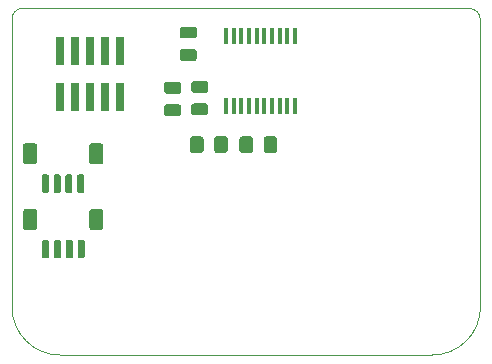
<source format=gbr>
G04 #@! TF.GenerationSoftware,KiCad,Pcbnew,(5.1.5)-3*
G04 #@! TF.CreationDate,2021-07-17T20:23:40-05:00*
G04 #@! TF.ProjectId,InputBoardSTM32,496e7075-7442-46f6-9172-6453544d3332,rev?*
G04 #@! TF.SameCoordinates,Original*
G04 #@! TF.FileFunction,Paste,Top*
G04 #@! TF.FilePolarity,Positive*
%FSLAX46Y46*%
G04 Gerber Fmt 4.6, Leading zero omitted, Abs format (unit mm)*
G04 Created by KiCad (PCBNEW (5.1.5)-3) date 2021-07-17 20:23:40*
%MOMM*%
%LPD*%
G04 APERTURE LIST*
%ADD10C,0.050000*%
%ADD11C,0.100000*%
%ADD12R,0.740000X2.400000*%
%ADD13R,0.450000X1.450000*%
G04 APERTURE END LIST*
D10*
X171279873Y-85389743D02*
G75*
G02X172239940Y-86360000I-5095J-965162D01*
G01*
X132588000Y-86296602D02*
G75*
G02X133489685Y-85389720I901685J5182D01*
G01*
X132588000Y-110680500D02*
X132588000Y-86296602D01*
X136652000Y-114744500D02*
G75*
G02X132588000Y-110680500I0J4064000D01*
G01*
X168153080Y-114744500D02*
X136652000Y-114744500D01*
X172239940Y-86360000D02*
X172250164Y-110667800D01*
X172250164Y-110670340D02*
G75*
G02X168153080Y-114744500I-4074224J0D01*
G01*
X171279820Y-85389720D02*
X133489685Y-85389720D01*
D11*
G36*
X150627445Y-96232684D02*
G01*
X150651713Y-96236284D01*
X150675512Y-96242245D01*
X150698611Y-96250510D01*
X150720790Y-96261000D01*
X150741833Y-96273612D01*
X150761539Y-96288227D01*
X150779717Y-96304703D01*
X150796193Y-96322881D01*
X150810808Y-96342587D01*
X150823420Y-96363630D01*
X150833910Y-96385809D01*
X150842175Y-96408908D01*
X150848136Y-96432707D01*
X150851736Y-96456975D01*
X150852940Y-96481479D01*
X150852940Y-97381481D01*
X150851736Y-97405985D01*
X150848136Y-97430253D01*
X150842175Y-97454052D01*
X150833910Y-97477151D01*
X150823420Y-97499330D01*
X150810808Y-97520373D01*
X150796193Y-97540079D01*
X150779717Y-97558257D01*
X150761539Y-97574733D01*
X150741833Y-97589348D01*
X150720790Y-97601960D01*
X150698611Y-97612450D01*
X150675512Y-97620715D01*
X150651713Y-97626676D01*
X150627445Y-97630276D01*
X150602941Y-97631480D01*
X149952939Y-97631480D01*
X149928435Y-97630276D01*
X149904167Y-97626676D01*
X149880368Y-97620715D01*
X149857269Y-97612450D01*
X149835090Y-97601960D01*
X149814047Y-97589348D01*
X149794341Y-97574733D01*
X149776163Y-97558257D01*
X149759687Y-97540079D01*
X149745072Y-97520373D01*
X149732460Y-97499330D01*
X149721970Y-97477151D01*
X149713705Y-97454052D01*
X149707744Y-97430253D01*
X149704144Y-97405985D01*
X149702940Y-97381481D01*
X149702940Y-96481479D01*
X149704144Y-96456975D01*
X149707744Y-96432707D01*
X149713705Y-96408908D01*
X149721970Y-96385809D01*
X149732460Y-96363630D01*
X149745072Y-96342587D01*
X149759687Y-96322881D01*
X149776163Y-96304703D01*
X149794341Y-96288227D01*
X149814047Y-96273612D01*
X149835090Y-96261000D01*
X149857269Y-96250510D01*
X149880368Y-96242245D01*
X149904167Y-96236284D01*
X149928435Y-96232684D01*
X149952939Y-96231480D01*
X150602941Y-96231480D01*
X150627445Y-96232684D01*
G37*
G36*
X148577445Y-96232684D02*
G01*
X148601713Y-96236284D01*
X148625512Y-96242245D01*
X148648611Y-96250510D01*
X148670790Y-96261000D01*
X148691833Y-96273612D01*
X148711539Y-96288227D01*
X148729717Y-96304703D01*
X148746193Y-96322881D01*
X148760808Y-96342587D01*
X148773420Y-96363630D01*
X148783910Y-96385809D01*
X148792175Y-96408908D01*
X148798136Y-96432707D01*
X148801736Y-96456975D01*
X148802940Y-96481479D01*
X148802940Y-97381481D01*
X148801736Y-97405985D01*
X148798136Y-97430253D01*
X148792175Y-97454052D01*
X148783910Y-97477151D01*
X148773420Y-97499330D01*
X148760808Y-97520373D01*
X148746193Y-97540079D01*
X148729717Y-97558257D01*
X148711539Y-97574733D01*
X148691833Y-97589348D01*
X148670790Y-97601960D01*
X148648611Y-97612450D01*
X148625512Y-97620715D01*
X148601713Y-97626676D01*
X148577445Y-97630276D01*
X148552941Y-97631480D01*
X147902939Y-97631480D01*
X147878435Y-97630276D01*
X147854167Y-97626676D01*
X147830368Y-97620715D01*
X147807269Y-97612450D01*
X147785090Y-97601960D01*
X147764047Y-97589348D01*
X147744341Y-97574733D01*
X147726163Y-97558257D01*
X147709687Y-97540079D01*
X147695072Y-97520373D01*
X147682460Y-97499330D01*
X147671970Y-97477151D01*
X147663705Y-97454052D01*
X147657744Y-97430253D01*
X147654144Y-97405985D01*
X147652940Y-97381481D01*
X147652940Y-96481479D01*
X147654144Y-96456975D01*
X147657744Y-96432707D01*
X147663705Y-96408908D01*
X147671970Y-96385809D01*
X147682460Y-96363630D01*
X147695072Y-96342587D01*
X147709687Y-96322881D01*
X147726163Y-96304703D01*
X147744341Y-96288227D01*
X147764047Y-96273612D01*
X147785090Y-96261000D01*
X147807269Y-96250510D01*
X147830368Y-96242245D01*
X147854167Y-96236284D01*
X147878435Y-96232684D01*
X147902939Y-96231480D01*
X148552941Y-96231480D01*
X148577445Y-96232684D01*
G37*
G36*
X152755745Y-96237764D02*
G01*
X152780013Y-96241364D01*
X152803812Y-96247325D01*
X152826911Y-96255590D01*
X152849090Y-96266080D01*
X152870133Y-96278692D01*
X152889839Y-96293307D01*
X152908017Y-96309783D01*
X152924493Y-96327961D01*
X152939108Y-96347667D01*
X152951720Y-96368710D01*
X152962210Y-96390889D01*
X152970475Y-96413988D01*
X152976436Y-96437787D01*
X152980036Y-96462055D01*
X152981240Y-96486559D01*
X152981240Y-97386561D01*
X152980036Y-97411065D01*
X152976436Y-97435333D01*
X152970475Y-97459132D01*
X152962210Y-97482231D01*
X152951720Y-97504410D01*
X152939108Y-97525453D01*
X152924493Y-97545159D01*
X152908017Y-97563337D01*
X152889839Y-97579813D01*
X152870133Y-97594428D01*
X152849090Y-97607040D01*
X152826911Y-97617530D01*
X152803812Y-97625795D01*
X152780013Y-97631756D01*
X152755745Y-97635356D01*
X152731241Y-97636560D01*
X152081239Y-97636560D01*
X152056735Y-97635356D01*
X152032467Y-97631756D01*
X152008668Y-97625795D01*
X151985569Y-97617530D01*
X151963390Y-97607040D01*
X151942347Y-97594428D01*
X151922641Y-97579813D01*
X151904463Y-97563337D01*
X151887987Y-97545159D01*
X151873372Y-97525453D01*
X151860760Y-97504410D01*
X151850270Y-97482231D01*
X151842005Y-97459132D01*
X151836044Y-97435333D01*
X151832444Y-97411065D01*
X151831240Y-97386561D01*
X151831240Y-96486559D01*
X151832444Y-96462055D01*
X151836044Y-96437787D01*
X151842005Y-96413988D01*
X151850270Y-96390889D01*
X151860760Y-96368710D01*
X151873372Y-96347667D01*
X151887987Y-96327961D01*
X151904463Y-96309783D01*
X151922641Y-96293307D01*
X151942347Y-96278692D01*
X151963390Y-96266080D01*
X151985569Y-96255590D01*
X152008668Y-96247325D01*
X152032467Y-96241364D01*
X152056735Y-96237764D01*
X152081239Y-96236560D01*
X152731241Y-96236560D01*
X152755745Y-96237764D01*
G37*
G36*
X154805745Y-96237764D02*
G01*
X154830013Y-96241364D01*
X154853812Y-96247325D01*
X154876911Y-96255590D01*
X154899090Y-96266080D01*
X154920133Y-96278692D01*
X154939839Y-96293307D01*
X154958017Y-96309783D01*
X154974493Y-96327961D01*
X154989108Y-96347667D01*
X155001720Y-96368710D01*
X155012210Y-96390889D01*
X155020475Y-96413988D01*
X155026436Y-96437787D01*
X155030036Y-96462055D01*
X155031240Y-96486559D01*
X155031240Y-97386561D01*
X155030036Y-97411065D01*
X155026436Y-97435333D01*
X155020475Y-97459132D01*
X155012210Y-97482231D01*
X155001720Y-97504410D01*
X154989108Y-97525453D01*
X154974493Y-97545159D01*
X154958017Y-97563337D01*
X154939839Y-97579813D01*
X154920133Y-97594428D01*
X154899090Y-97607040D01*
X154876911Y-97617530D01*
X154853812Y-97625795D01*
X154830013Y-97631756D01*
X154805745Y-97635356D01*
X154781241Y-97636560D01*
X154131239Y-97636560D01*
X154106735Y-97635356D01*
X154082467Y-97631756D01*
X154058668Y-97625795D01*
X154035569Y-97617530D01*
X154013390Y-97607040D01*
X153992347Y-97594428D01*
X153972641Y-97579813D01*
X153954463Y-97563337D01*
X153937987Y-97545159D01*
X153923372Y-97525453D01*
X153910760Y-97504410D01*
X153900270Y-97482231D01*
X153892005Y-97459132D01*
X153886044Y-97435333D01*
X153882444Y-97411065D01*
X153881240Y-97386561D01*
X153881240Y-96486559D01*
X153882444Y-96462055D01*
X153886044Y-96437787D01*
X153892005Y-96413988D01*
X153900270Y-96390889D01*
X153910760Y-96368710D01*
X153923372Y-96347667D01*
X153937987Y-96327961D01*
X153954463Y-96309783D01*
X153972641Y-96293307D01*
X153992347Y-96278692D01*
X154013390Y-96266080D01*
X154035569Y-96255590D01*
X154058668Y-96247325D01*
X154082467Y-96241364D01*
X154106735Y-96237764D01*
X154131239Y-96236560D01*
X154781241Y-96236560D01*
X154805745Y-96237764D01*
G37*
G36*
X146691744Y-91624424D02*
G01*
X146716013Y-91628024D01*
X146739811Y-91633985D01*
X146762911Y-91642250D01*
X146785089Y-91652740D01*
X146806133Y-91665353D01*
X146825838Y-91679967D01*
X146844017Y-91696443D01*
X146860493Y-91714622D01*
X146875107Y-91734327D01*
X146887720Y-91755371D01*
X146898210Y-91777549D01*
X146906475Y-91800649D01*
X146912436Y-91824447D01*
X146916036Y-91848716D01*
X146917240Y-91873220D01*
X146917240Y-92373220D01*
X146916036Y-92397724D01*
X146912436Y-92421993D01*
X146906475Y-92445791D01*
X146898210Y-92468891D01*
X146887720Y-92491069D01*
X146875107Y-92512113D01*
X146860493Y-92531818D01*
X146844017Y-92549997D01*
X146825838Y-92566473D01*
X146806133Y-92581087D01*
X146785089Y-92593700D01*
X146762911Y-92604190D01*
X146739811Y-92612455D01*
X146716013Y-92618416D01*
X146691744Y-92622016D01*
X146667240Y-92623220D01*
X145717240Y-92623220D01*
X145692736Y-92622016D01*
X145668467Y-92618416D01*
X145644669Y-92612455D01*
X145621569Y-92604190D01*
X145599391Y-92593700D01*
X145578347Y-92581087D01*
X145558642Y-92566473D01*
X145540463Y-92549997D01*
X145523987Y-92531818D01*
X145509373Y-92512113D01*
X145496760Y-92491069D01*
X145486270Y-92468891D01*
X145478005Y-92445791D01*
X145472044Y-92421993D01*
X145468444Y-92397724D01*
X145467240Y-92373220D01*
X145467240Y-91873220D01*
X145468444Y-91848716D01*
X145472044Y-91824447D01*
X145478005Y-91800649D01*
X145486270Y-91777549D01*
X145496760Y-91755371D01*
X145509373Y-91734327D01*
X145523987Y-91714622D01*
X145540463Y-91696443D01*
X145558642Y-91679967D01*
X145578347Y-91665353D01*
X145599391Y-91652740D01*
X145621569Y-91642250D01*
X145644669Y-91633985D01*
X145668467Y-91628024D01*
X145692736Y-91624424D01*
X145717240Y-91623220D01*
X146667240Y-91623220D01*
X146691744Y-91624424D01*
G37*
G36*
X146691744Y-93524424D02*
G01*
X146716013Y-93528024D01*
X146739811Y-93533985D01*
X146762911Y-93542250D01*
X146785089Y-93552740D01*
X146806133Y-93565353D01*
X146825838Y-93579967D01*
X146844017Y-93596443D01*
X146860493Y-93614622D01*
X146875107Y-93634327D01*
X146887720Y-93655371D01*
X146898210Y-93677549D01*
X146906475Y-93700649D01*
X146912436Y-93724447D01*
X146916036Y-93748716D01*
X146917240Y-93773220D01*
X146917240Y-94273220D01*
X146916036Y-94297724D01*
X146912436Y-94321993D01*
X146906475Y-94345791D01*
X146898210Y-94368891D01*
X146887720Y-94391069D01*
X146875107Y-94412113D01*
X146860493Y-94431818D01*
X146844017Y-94449997D01*
X146825838Y-94466473D01*
X146806133Y-94481087D01*
X146785089Y-94493700D01*
X146762911Y-94504190D01*
X146739811Y-94512455D01*
X146716013Y-94518416D01*
X146691744Y-94522016D01*
X146667240Y-94523220D01*
X145717240Y-94523220D01*
X145692736Y-94522016D01*
X145668467Y-94518416D01*
X145644669Y-94512455D01*
X145621569Y-94504190D01*
X145599391Y-94493700D01*
X145578347Y-94481087D01*
X145558642Y-94466473D01*
X145540463Y-94449997D01*
X145523987Y-94431818D01*
X145509373Y-94412113D01*
X145496760Y-94391069D01*
X145486270Y-94368891D01*
X145478005Y-94345791D01*
X145472044Y-94321993D01*
X145468444Y-94297724D01*
X145467240Y-94273220D01*
X145467240Y-93773220D01*
X145468444Y-93748716D01*
X145472044Y-93724447D01*
X145478005Y-93700649D01*
X145486270Y-93677549D01*
X145496760Y-93655371D01*
X145509373Y-93634327D01*
X145523987Y-93614622D01*
X145540463Y-93596443D01*
X145558642Y-93579967D01*
X145578347Y-93565353D01*
X145599391Y-93552740D01*
X145621569Y-93542250D01*
X145644669Y-93533985D01*
X145668467Y-93528024D01*
X145692736Y-93524424D01*
X145717240Y-93523220D01*
X146667240Y-93523220D01*
X146691744Y-93524424D01*
G37*
G36*
X148985364Y-91545684D02*
G01*
X149009633Y-91549284D01*
X149033431Y-91555245D01*
X149056531Y-91563510D01*
X149078709Y-91574000D01*
X149099753Y-91586613D01*
X149119458Y-91601227D01*
X149137637Y-91617703D01*
X149154113Y-91635882D01*
X149168727Y-91655587D01*
X149181340Y-91676631D01*
X149191830Y-91698809D01*
X149200095Y-91721909D01*
X149206056Y-91745707D01*
X149209656Y-91769976D01*
X149210860Y-91794480D01*
X149210860Y-92294480D01*
X149209656Y-92318984D01*
X149206056Y-92343253D01*
X149200095Y-92367051D01*
X149191830Y-92390151D01*
X149181340Y-92412329D01*
X149168727Y-92433373D01*
X149154113Y-92453078D01*
X149137637Y-92471257D01*
X149119458Y-92487733D01*
X149099753Y-92502347D01*
X149078709Y-92514960D01*
X149056531Y-92525450D01*
X149033431Y-92533715D01*
X149009633Y-92539676D01*
X148985364Y-92543276D01*
X148960860Y-92544480D01*
X148010860Y-92544480D01*
X147986356Y-92543276D01*
X147962087Y-92539676D01*
X147938289Y-92533715D01*
X147915189Y-92525450D01*
X147893011Y-92514960D01*
X147871967Y-92502347D01*
X147852262Y-92487733D01*
X147834083Y-92471257D01*
X147817607Y-92453078D01*
X147802993Y-92433373D01*
X147790380Y-92412329D01*
X147779890Y-92390151D01*
X147771625Y-92367051D01*
X147765664Y-92343253D01*
X147762064Y-92318984D01*
X147760860Y-92294480D01*
X147760860Y-91794480D01*
X147762064Y-91769976D01*
X147765664Y-91745707D01*
X147771625Y-91721909D01*
X147779890Y-91698809D01*
X147790380Y-91676631D01*
X147802993Y-91655587D01*
X147817607Y-91635882D01*
X147834083Y-91617703D01*
X147852262Y-91601227D01*
X147871967Y-91586613D01*
X147893011Y-91574000D01*
X147915189Y-91563510D01*
X147938289Y-91555245D01*
X147962087Y-91549284D01*
X147986356Y-91545684D01*
X148010860Y-91544480D01*
X148960860Y-91544480D01*
X148985364Y-91545684D01*
G37*
G36*
X148985364Y-93445684D02*
G01*
X149009633Y-93449284D01*
X149033431Y-93455245D01*
X149056531Y-93463510D01*
X149078709Y-93474000D01*
X149099753Y-93486613D01*
X149119458Y-93501227D01*
X149137637Y-93517703D01*
X149154113Y-93535882D01*
X149168727Y-93555587D01*
X149181340Y-93576631D01*
X149191830Y-93598809D01*
X149200095Y-93621909D01*
X149206056Y-93645707D01*
X149209656Y-93669976D01*
X149210860Y-93694480D01*
X149210860Y-94194480D01*
X149209656Y-94218984D01*
X149206056Y-94243253D01*
X149200095Y-94267051D01*
X149191830Y-94290151D01*
X149181340Y-94312329D01*
X149168727Y-94333373D01*
X149154113Y-94353078D01*
X149137637Y-94371257D01*
X149119458Y-94387733D01*
X149099753Y-94402347D01*
X149078709Y-94414960D01*
X149056531Y-94425450D01*
X149033431Y-94433715D01*
X149009633Y-94439676D01*
X148985364Y-94443276D01*
X148960860Y-94444480D01*
X148010860Y-94444480D01*
X147986356Y-94443276D01*
X147962087Y-94439676D01*
X147938289Y-94433715D01*
X147915189Y-94425450D01*
X147893011Y-94414960D01*
X147871967Y-94402347D01*
X147852262Y-94387733D01*
X147834083Y-94371257D01*
X147817607Y-94353078D01*
X147802993Y-94333373D01*
X147790380Y-94312329D01*
X147779890Y-94290151D01*
X147771625Y-94267051D01*
X147765664Y-94243253D01*
X147762064Y-94218984D01*
X147760860Y-94194480D01*
X147760860Y-93694480D01*
X147762064Y-93669976D01*
X147765664Y-93645707D01*
X147771625Y-93621909D01*
X147779890Y-93598809D01*
X147790380Y-93576631D01*
X147802993Y-93555587D01*
X147817607Y-93535882D01*
X147834083Y-93517703D01*
X147852262Y-93501227D01*
X147871967Y-93486613D01*
X147893011Y-93474000D01*
X147915189Y-93463510D01*
X147938289Y-93455245D01*
X147962087Y-93449284D01*
X147986356Y-93445684D01*
X148010860Y-93444480D01*
X148960860Y-93444480D01*
X148985364Y-93445684D01*
G37*
G36*
X148010004Y-86940664D02*
G01*
X148034273Y-86944264D01*
X148058071Y-86950225D01*
X148081171Y-86958490D01*
X148103349Y-86968980D01*
X148124393Y-86981593D01*
X148144098Y-86996207D01*
X148162277Y-87012683D01*
X148178753Y-87030862D01*
X148193367Y-87050567D01*
X148205980Y-87071611D01*
X148216470Y-87093789D01*
X148224735Y-87116889D01*
X148230696Y-87140687D01*
X148234296Y-87164956D01*
X148235500Y-87189460D01*
X148235500Y-87689460D01*
X148234296Y-87713964D01*
X148230696Y-87738233D01*
X148224735Y-87762031D01*
X148216470Y-87785131D01*
X148205980Y-87807309D01*
X148193367Y-87828353D01*
X148178753Y-87848058D01*
X148162277Y-87866237D01*
X148144098Y-87882713D01*
X148124393Y-87897327D01*
X148103349Y-87909940D01*
X148081171Y-87920430D01*
X148058071Y-87928695D01*
X148034273Y-87934656D01*
X148010004Y-87938256D01*
X147985500Y-87939460D01*
X147035500Y-87939460D01*
X147010996Y-87938256D01*
X146986727Y-87934656D01*
X146962929Y-87928695D01*
X146939829Y-87920430D01*
X146917651Y-87909940D01*
X146896607Y-87897327D01*
X146876902Y-87882713D01*
X146858723Y-87866237D01*
X146842247Y-87848058D01*
X146827633Y-87828353D01*
X146815020Y-87807309D01*
X146804530Y-87785131D01*
X146796265Y-87762031D01*
X146790304Y-87738233D01*
X146786704Y-87713964D01*
X146785500Y-87689460D01*
X146785500Y-87189460D01*
X146786704Y-87164956D01*
X146790304Y-87140687D01*
X146796265Y-87116889D01*
X146804530Y-87093789D01*
X146815020Y-87071611D01*
X146827633Y-87050567D01*
X146842247Y-87030862D01*
X146858723Y-87012683D01*
X146876902Y-86996207D01*
X146896607Y-86981593D01*
X146917651Y-86968980D01*
X146939829Y-86958490D01*
X146962929Y-86950225D01*
X146986727Y-86944264D01*
X147010996Y-86940664D01*
X147035500Y-86939460D01*
X147985500Y-86939460D01*
X148010004Y-86940664D01*
G37*
G36*
X148010004Y-88840664D02*
G01*
X148034273Y-88844264D01*
X148058071Y-88850225D01*
X148081171Y-88858490D01*
X148103349Y-88868980D01*
X148124393Y-88881593D01*
X148144098Y-88896207D01*
X148162277Y-88912683D01*
X148178753Y-88930862D01*
X148193367Y-88950567D01*
X148205980Y-88971611D01*
X148216470Y-88993789D01*
X148224735Y-89016889D01*
X148230696Y-89040687D01*
X148234296Y-89064956D01*
X148235500Y-89089460D01*
X148235500Y-89589460D01*
X148234296Y-89613964D01*
X148230696Y-89638233D01*
X148224735Y-89662031D01*
X148216470Y-89685131D01*
X148205980Y-89707309D01*
X148193367Y-89728353D01*
X148178753Y-89748058D01*
X148162277Y-89766237D01*
X148144098Y-89782713D01*
X148124393Y-89797327D01*
X148103349Y-89809940D01*
X148081171Y-89820430D01*
X148058071Y-89828695D01*
X148034273Y-89834656D01*
X148010004Y-89838256D01*
X147985500Y-89839460D01*
X147035500Y-89839460D01*
X147010996Y-89838256D01*
X146986727Y-89834656D01*
X146962929Y-89828695D01*
X146939829Y-89820430D01*
X146917651Y-89809940D01*
X146896607Y-89797327D01*
X146876902Y-89782713D01*
X146858723Y-89766237D01*
X146842247Y-89748058D01*
X146827633Y-89728353D01*
X146815020Y-89707309D01*
X146804530Y-89685131D01*
X146796265Y-89662031D01*
X146790304Y-89638233D01*
X146786704Y-89613964D01*
X146785500Y-89589460D01*
X146785500Y-89089460D01*
X146786704Y-89064956D01*
X146790304Y-89040687D01*
X146796265Y-89016889D01*
X146804530Y-88993789D01*
X146815020Y-88971611D01*
X146827633Y-88950567D01*
X146842247Y-88930862D01*
X146858723Y-88912683D01*
X146876902Y-88896207D01*
X146896607Y-88881593D01*
X146917651Y-88868980D01*
X146939829Y-88858490D01*
X146962929Y-88850225D01*
X146986727Y-88844264D01*
X147010996Y-88840664D01*
X147035500Y-88839460D01*
X147985500Y-88839460D01*
X148010004Y-88840664D01*
G37*
D12*
X141724380Y-88992160D03*
X141724380Y-92892160D03*
X140454380Y-88992160D03*
X140454380Y-92892160D03*
X139184380Y-88992160D03*
X139184380Y-92892160D03*
X137914380Y-88992160D03*
X137914380Y-92892160D03*
X136644380Y-88992160D03*
X136644380Y-92892160D03*
D11*
G36*
X135570703Y-99458322D02*
G01*
X135585264Y-99460482D01*
X135599543Y-99464059D01*
X135613403Y-99469018D01*
X135626710Y-99475312D01*
X135639336Y-99482880D01*
X135651159Y-99491648D01*
X135662066Y-99501534D01*
X135671952Y-99512441D01*
X135680720Y-99524264D01*
X135688288Y-99536890D01*
X135694582Y-99550197D01*
X135699541Y-99564057D01*
X135703118Y-99578336D01*
X135705278Y-99592897D01*
X135706000Y-99607600D01*
X135706000Y-100857600D01*
X135705278Y-100872303D01*
X135703118Y-100886864D01*
X135699541Y-100901143D01*
X135694582Y-100915003D01*
X135688288Y-100928310D01*
X135680720Y-100940936D01*
X135671952Y-100952759D01*
X135662066Y-100963666D01*
X135651159Y-100973552D01*
X135639336Y-100982320D01*
X135626710Y-100989888D01*
X135613403Y-100996182D01*
X135599543Y-101001141D01*
X135585264Y-101004718D01*
X135570703Y-101006878D01*
X135556000Y-101007600D01*
X135256000Y-101007600D01*
X135241297Y-101006878D01*
X135226736Y-101004718D01*
X135212457Y-101001141D01*
X135198597Y-100996182D01*
X135185290Y-100989888D01*
X135172664Y-100982320D01*
X135160841Y-100973552D01*
X135149934Y-100963666D01*
X135140048Y-100952759D01*
X135131280Y-100940936D01*
X135123712Y-100928310D01*
X135117418Y-100915003D01*
X135112459Y-100901143D01*
X135108882Y-100886864D01*
X135106722Y-100872303D01*
X135106000Y-100857600D01*
X135106000Y-99607600D01*
X135106722Y-99592897D01*
X135108882Y-99578336D01*
X135112459Y-99564057D01*
X135117418Y-99550197D01*
X135123712Y-99536890D01*
X135131280Y-99524264D01*
X135140048Y-99512441D01*
X135149934Y-99501534D01*
X135160841Y-99491648D01*
X135172664Y-99482880D01*
X135185290Y-99475312D01*
X135198597Y-99469018D01*
X135212457Y-99464059D01*
X135226736Y-99460482D01*
X135241297Y-99458322D01*
X135256000Y-99457600D01*
X135556000Y-99457600D01*
X135570703Y-99458322D01*
G37*
G36*
X136570703Y-99458322D02*
G01*
X136585264Y-99460482D01*
X136599543Y-99464059D01*
X136613403Y-99469018D01*
X136626710Y-99475312D01*
X136639336Y-99482880D01*
X136651159Y-99491648D01*
X136662066Y-99501534D01*
X136671952Y-99512441D01*
X136680720Y-99524264D01*
X136688288Y-99536890D01*
X136694582Y-99550197D01*
X136699541Y-99564057D01*
X136703118Y-99578336D01*
X136705278Y-99592897D01*
X136706000Y-99607600D01*
X136706000Y-100857600D01*
X136705278Y-100872303D01*
X136703118Y-100886864D01*
X136699541Y-100901143D01*
X136694582Y-100915003D01*
X136688288Y-100928310D01*
X136680720Y-100940936D01*
X136671952Y-100952759D01*
X136662066Y-100963666D01*
X136651159Y-100973552D01*
X136639336Y-100982320D01*
X136626710Y-100989888D01*
X136613403Y-100996182D01*
X136599543Y-101001141D01*
X136585264Y-101004718D01*
X136570703Y-101006878D01*
X136556000Y-101007600D01*
X136256000Y-101007600D01*
X136241297Y-101006878D01*
X136226736Y-101004718D01*
X136212457Y-101001141D01*
X136198597Y-100996182D01*
X136185290Y-100989888D01*
X136172664Y-100982320D01*
X136160841Y-100973552D01*
X136149934Y-100963666D01*
X136140048Y-100952759D01*
X136131280Y-100940936D01*
X136123712Y-100928310D01*
X136117418Y-100915003D01*
X136112459Y-100901143D01*
X136108882Y-100886864D01*
X136106722Y-100872303D01*
X136106000Y-100857600D01*
X136106000Y-99607600D01*
X136106722Y-99592897D01*
X136108882Y-99578336D01*
X136112459Y-99564057D01*
X136117418Y-99550197D01*
X136123712Y-99536890D01*
X136131280Y-99524264D01*
X136140048Y-99512441D01*
X136149934Y-99501534D01*
X136160841Y-99491648D01*
X136172664Y-99482880D01*
X136185290Y-99475312D01*
X136198597Y-99469018D01*
X136212457Y-99464059D01*
X136226736Y-99460482D01*
X136241297Y-99458322D01*
X136256000Y-99457600D01*
X136556000Y-99457600D01*
X136570703Y-99458322D01*
G37*
G36*
X137570703Y-99458322D02*
G01*
X137585264Y-99460482D01*
X137599543Y-99464059D01*
X137613403Y-99469018D01*
X137626710Y-99475312D01*
X137639336Y-99482880D01*
X137651159Y-99491648D01*
X137662066Y-99501534D01*
X137671952Y-99512441D01*
X137680720Y-99524264D01*
X137688288Y-99536890D01*
X137694582Y-99550197D01*
X137699541Y-99564057D01*
X137703118Y-99578336D01*
X137705278Y-99592897D01*
X137706000Y-99607600D01*
X137706000Y-100857600D01*
X137705278Y-100872303D01*
X137703118Y-100886864D01*
X137699541Y-100901143D01*
X137694582Y-100915003D01*
X137688288Y-100928310D01*
X137680720Y-100940936D01*
X137671952Y-100952759D01*
X137662066Y-100963666D01*
X137651159Y-100973552D01*
X137639336Y-100982320D01*
X137626710Y-100989888D01*
X137613403Y-100996182D01*
X137599543Y-101001141D01*
X137585264Y-101004718D01*
X137570703Y-101006878D01*
X137556000Y-101007600D01*
X137256000Y-101007600D01*
X137241297Y-101006878D01*
X137226736Y-101004718D01*
X137212457Y-101001141D01*
X137198597Y-100996182D01*
X137185290Y-100989888D01*
X137172664Y-100982320D01*
X137160841Y-100973552D01*
X137149934Y-100963666D01*
X137140048Y-100952759D01*
X137131280Y-100940936D01*
X137123712Y-100928310D01*
X137117418Y-100915003D01*
X137112459Y-100901143D01*
X137108882Y-100886864D01*
X137106722Y-100872303D01*
X137106000Y-100857600D01*
X137106000Y-99607600D01*
X137106722Y-99592897D01*
X137108882Y-99578336D01*
X137112459Y-99564057D01*
X137117418Y-99550197D01*
X137123712Y-99536890D01*
X137131280Y-99524264D01*
X137140048Y-99512441D01*
X137149934Y-99501534D01*
X137160841Y-99491648D01*
X137172664Y-99482880D01*
X137185290Y-99475312D01*
X137198597Y-99469018D01*
X137212457Y-99464059D01*
X137226736Y-99460482D01*
X137241297Y-99458322D01*
X137256000Y-99457600D01*
X137556000Y-99457600D01*
X137570703Y-99458322D01*
G37*
G36*
X138570703Y-99458322D02*
G01*
X138585264Y-99460482D01*
X138599543Y-99464059D01*
X138613403Y-99469018D01*
X138626710Y-99475312D01*
X138639336Y-99482880D01*
X138651159Y-99491648D01*
X138662066Y-99501534D01*
X138671952Y-99512441D01*
X138680720Y-99524264D01*
X138688288Y-99536890D01*
X138694582Y-99550197D01*
X138699541Y-99564057D01*
X138703118Y-99578336D01*
X138705278Y-99592897D01*
X138706000Y-99607600D01*
X138706000Y-100857600D01*
X138705278Y-100872303D01*
X138703118Y-100886864D01*
X138699541Y-100901143D01*
X138694582Y-100915003D01*
X138688288Y-100928310D01*
X138680720Y-100940936D01*
X138671952Y-100952759D01*
X138662066Y-100963666D01*
X138651159Y-100973552D01*
X138639336Y-100982320D01*
X138626710Y-100989888D01*
X138613403Y-100996182D01*
X138599543Y-101001141D01*
X138585264Y-101004718D01*
X138570703Y-101006878D01*
X138556000Y-101007600D01*
X138256000Y-101007600D01*
X138241297Y-101006878D01*
X138226736Y-101004718D01*
X138212457Y-101001141D01*
X138198597Y-100996182D01*
X138185290Y-100989888D01*
X138172664Y-100982320D01*
X138160841Y-100973552D01*
X138149934Y-100963666D01*
X138140048Y-100952759D01*
X138131280Y-100940936D01*
X138123712Y-100928310D01*
X138117418Y-100915003D01*
X138112459Y-100901143D01*
X138108882Y-100886864D01*
X138106722Y-100872303D01*
X138106000Y-100857600D01*
X138106000Y-99607600D01*
X138106722Y-99592897D01*
X138108882Y-99578336D01*
X138112459Y-99564057D01*
X138117418Y-99550197D01*
X138123712Y-99536890D01*
X138131280Y-99524264D01*
X138140048Y-99512441D01*
X138149934Y-99501534D01*
X138160841Y-99491648D01*
X138172664Y-99482880D01*
X138185290Y-99475312D01*
X138198597Y-99469018D01*
X138212457Y-99464059D01*
X138226736Y-99460482D01*
X138241297Y-99458322D01*
X138256000Y-99457600D01*
X138556000Y-99457600D01*
X138570703Y-99458322D01*
G37*
G36*
X134480505Y-96808804D02*
G01*
X134504773Y-96812404D01*
X134528572Y-96818365D01*
X134551671Y-96826630D01*
X134573850Y-96837120D01*
X134594893Y-96849732D01*
X134614599Y-96864347D01*
X134632777Y-96880823D01*
X134649253Y-96899001D01*
X134663868Y-96918707D01*
X134676480Y-96939750D01*
X134686970Y-96961929D01*
X134695235Y-96985028D01*
X134701196Y-97008827D01*
X134704796Y-97033095D01*
X134706000Y-97057599D01*
X134706000Y-98357601D01*
X134704796Y-98382105D01*
X134701196Y-98406373D01*
X134695235Y-98430172D01*
X134686970Y-98453271D01*
X134676480Y-98475450D01*
X134663868Y-98496493D01*
X134649253Y-98516199D01*
X134632777Y-98534377D01*
X134614599Y-98550853D01*
X134594893Y-98565468D01*
X134573850Y-98578080D01*
X134551671Y-98588570D01*
X134528572Y-98596835D01*
X134504773Y-98602796D01*
X134480505Y-98606396D01*
X134456001Y-98607600D01*
X133755999Y-98607600D01*
X133731495Y-98606396D01*
X133707227Y-98602796D01*
X133683428Y-98596835D01*
X133660329Y-98588570D01*
X133638150Y-98578080D01*
X133617107Y-98565468D01*
X133597401Y-98550853D01*
X133579223Y-98534377D01*
X133562747Y-98516199D01*
X133548132Y-98496493D01*
X133535520Y-98475450D01*
X133525030Y-98453271D01*
X133516765Y-98430172D01*
X133510804Y-98406373D01*
X133507204Y-98382105D01*
X133506000Y-98357601D01*
X133506000Y-97057599D01*
X133507204Y-97033095D01*
X133510804Y-97008827D01*
X133516765Y-96985028D01*
X133525030Y-96961929D01*
X133535520Y-96939750D01*
X133548132Y-96918707D01*
X133562747Y-96899001D01*
X133579223Y-96880823D01*
X133597401Y-96864347D01*
X133617107Y-96849732D01*
X133638150Y-96837120D01*
X133660329Y-96826630D01*
X133683428Y-96818365D01*
X133707227Y-96812404D01*
X133731495Y-96808804D01*
X133755999Y-96807600D01*
X134456001Y-96807600D01*
X134480505Y-96808804D01*
G37*
G36*
X140080505Y-96808804D02*
G01*
X140104773Y-96812404D01*
X140128572Y-96818365D01*
X140151671Y-96826630D01*
X140173850Y-96837120D01*
X140194893Y-96849732D01*
X140214599Y-96864347D01*
X140232777Y-96880823D01*
X140249253Y-96899001D01*
X140263868Y-96918707D01*
X140276480Y-96939750D01*
X140286970Y-96961929D01*
X140295235Y-96985028D01*
X140301196Y-97008827D01*
X140304796Y-97033095D01*
X140306000Y-97057599D01*
X140306000Y-98357601D01*
X140304796Y-98382105D01*
X140301196Y-98406373D01*
X140295235Y-98430172D01*
X140286970Y-98453271D01*
X140276480Y-98475450D01*
X140263868Y-98496493D01*
X140249253Y-98516199D01*
X140232777Y-98534377D01*
X140214599Y-98550853D01*
X140194893Y-98565468D01*
X140173850Y-98578080D01*
X140151671Y-98588570D01*
X140128572Y-98596835D01*
X140104773Y-98602796D01*
X140080505Y-98606396D01*
X140056001Y-98607600D01*
X139355999Y-98607600D01*
X139331495Y-98606396D01*
X139307227Y-98602796D01*
X139283428Y-98596835D01*
X139260329Y-98588570D01*
X139238150Y-98578080D01*
X139217107Y-98565468D01*
X139197401Y-98550853D01*
X139179223Y-98534377D01*
X139162747Y-98516199D01*
X139148132Y-98496493D01*
X139135520Y-98475450D01*
X139125030Y-98453271D01*
X139116765Y-98430172D01*
X139110804Y-98406373D01*
X139107204Y-98382105D01*
X139106000Y-98357601D01*
X139106000Y-97057599D01*
X139107204Y-97033095D01*
X139110804Y-97008827D01*
X139116765Y-96985028D01*
X139125030Y-96961929D01*
X139135520Y-96939750D01*
X139148132Y-96918707D01*
X139162747Y-96899001D01*
X139179223Y-96880823D01*
X139197401Y-96864347D01*
X139217107Y-96849732D01*
X139238150Y-96837120D01*
X139260329Y-96826630D01*
X139283428Y-96818365D01*
X139307227Y-96812404D01*
X139331495Y-96808804D01*
X139355999Y-96807600D01*
X140056001Y-96807600D01*
X140080505Y-96808804D01*
G37*
G36*
X140105905Y-102371404D02*
G01*
X140130173Y-102375004D01*
X140153972Y-102380965D01*
X140177071Y-102389230D01*
X140199250Y-102399720D01*
X140220293Y-102412332D01*
X140239999Y-102426947D01*
X140258177Y-102443423D01*
X140274653Y-102461601D01*
X140289268Y-102481307D01*
X140301880Y-102502350D01*
X140312370Y-102524529D01*
X140320635Y-102547628D01*
X140326596Y-102571427D01*
X140330196Y-102595695D01*
X140331400Y-102620199D01*
X140331400Y-103920201D01*
X140330196Y-103944705D01*
X140326596Y-103968973D01*
X140320635Y-103992772D01*
X140312370Y-104015871D01*
X140301880Y-104038050D01*
X140289268Y-104059093D01*
X140274653Y-104078799D01*
X140258177Y-104096977D01*
X140239999Y-104113453D01*
X140220293Y-104128068D01*
X140199250Y-104140680D01*
X140177071Y-104151170D01*
X140153972Y-104159435D01*
X140130173Y-104165396D01*
X140105905Y-104168996D01*
X140081401Y-104170200D01*
X139381399Y-104170200D01*
X139356895Y-104168996D01*
X139332627Y-104165396D01*
X139308828Y-104159435D01*
X139285729Y-104151170D01*
X139263550Y-104140680D01*
X139242507Y-104128068D01*
X139222801Y-104113453D01*
X139204623Y-104096977D01*
X139188147Y-104078799D01*
X139173532Y-104059093D01*
X139160920Y-104038050D01*
X139150430Y-104015871D01*
X139142165Y-103992772D01*
X139136204Y-103968973D01*
X139132604Y-103944705D01*
X139131400Y-103920201D01*
X139131400Y-102620199D01*
X139132604Y-102595695D01*
X139136204Y-102571427D01*
X139142165Y-102547628D01*
X139150430Y-102524529D01*
X139160920Y-102502350D01*
X139173532Y-102481307D01*
X139188147Y-102461601D01*
X139204623Y-102443423D01*
X139222801Y-102426947D01*
X139242507Y-102412332D01*
X139263550Y-102399720D01*
X139285729Y-102389230D01*
X139308828Y-102380965D01*
X139332627Y-102375004D01*
X139356895Y-102371404D01*
X139381399Y-102370200D01*
X140081401Y-102370200D01*
X140105905Y-102371404D01*
G37*
G36*
X134505905Y-102371404D02*
G01*
X134530173Y-102375004D01*
X134553972Y-102380965D01*
X134577071Y-102389230D01*
X134599250Y-102399720D01*
X134620293Y-102412332D01*
X134639999Y-102426947D01*
X134658177Y-102443423D01*
X134674653Y-102461601D01*
X134689268Y-102481307D01*
X134701880Y-102502350D01*
X134712370Y-102524529D01*
X134720635Y-102547628D01*
X134726596Y-102571427D01*
X134730196Y-102595695D01*
X134731400Y-102620199D01*
X134731400Y-103920201D01*
X134730196Y-103944705D01*
X134726596Y-103968973D01*
X134720635Y-103992772D01*
X134712370Y-104015871D01*
X134701880Y-104038050D01*
X134689268Y-104059093D01*
X134674653Y-104078799D01*
X134658177Y-104096977D01*
X134639999Y-104113453D01*
X134620293Y-104128068D01*
X134599250Y-104140680D01*
X134577071Y-104151170D01*
X134553972Y-104159435D01*
X134530173Y-104165396D01*
X134505905Y-104168996D01*
X134481401Y-104170200D01*
X133781399Y-104170200D01*
X133756895Y-104168996D01*
X133732627Y-104165396D01*
X133708828Y-104159435D01*
X133685729Y-104151170D01*
X133663550Y-104140680D01*
X133642507Y-104128068D01*
X133622801Y-104113453D01*
X133604623Y-104096977D01*
X133588147Y-104078799D01*
X133573532Y-104059093D01*
X133560920Y-104038050D01*
X133550430Y-104015871D01*
X133542165Y-103992772D01*
X133536204Y-103968973D01*
X133532604Y-103944705D01*
X133531400Y-103920201D01*
X133531400Y-102620199D01*
X133532604Y-102595695D01*
X133536204Y-102571427D01*
X133542165Y-102547628D01*
X133550430Y-102524529D01*
X133560920Y-102502350D01*
X133573532Y-102481307D01*
X133588147Y-102461601D01*
X133604623Y-102443423D01*
X133622801Y-102426947D01*
X133642507Y-102412332D01*
X133663550Y-102399720D01*
X133685729Y-102389230D01*
X133708828Y-102380965D01*
X133732627Y-102375004D01*
X133756895Y-102371404D01*
X133781399Y-102370200D01*
X134481401Y-102370200D01*
X134505905Y-102371404D01*
G37*
G36*
X138596103Y-105020922D02*
G01*
X138610664Y-105023082D01*
X138624943Y-105026659D01*
X138638803Y-105031618D01*
X138652110Y-105037912D01*
X138664736Y-105045480D01*
X138676559Y-105054248D01*
X138687466Y-105064134D01*
X138697352Y-105075041D01*
X138706120Y-105086864D01*
X138713688Y-105099490D01*
X138719982Y-105112797D01*
X138724941Y-105126657D01*
X138728518Y-105140936D01*
X138730678Y-105155497D01*
X138731400Y-105170200D01*
X138731400Y-106420200D01*
X138730678Y-106434903D01*
X138728518Y-106449464D01*
X138724941Y-106463743D01*
X138719982Y-106477603D01*
X138713688Y-106490910D01*
X138706120Y-106503536D01*
X138697352Y-106515359D01*
X138687466Y-106526266D01*
X138676559Y-106536152D01*
X138664736Y-106544920D01*
X138652110Y-106552488D01*
X138638803Y-106558782D01*
X138624943Y-106563741D01*
X138610664Y-106567318D01*
X138596103Y-106569478D01*
X138581400Y-106570200D01*
X138281400Y-106570200D01*
X138266697Y-106569478D01*
X138252136Y-106567318D01*
X138237857Y-106563741D01*
X138223997Y-106558782D01*
X138210690Y-106552488D01*
X138198064Y-106544920D01*
X138186241Y-106536152D01*
X138175334Y-106526266D01*
X138165448Y-106515359D01*
X138156680Y-106503536D01*
X138149112Y-106490910D01*
X138142818Y-106477603D01*
X138137859Y-106463743D01*
X138134282Y-106449464D01*
X138132122Y-106434903D01*
X138131400Y-106420200D01*
X138131400Y-105170200D01*
X138132122Y-105155497D01*
X138134282Y-105140936D01*
X138137859Y-105126657D01*
X138142818Y-105112797D01*
X138149112Y-105099490D01*
X138156680Y-105086864D01*
X138165448Y-105075041D01*
X138175334Y-105064134D01*
X138186241Y-105054248D01*
X138198064Y-105045480D01*
X138210690Y-105037912D01*
X138223997Y-105031618D01*
X138237857Y-105026659D01*
X138252136Y-105023082D01*
X138266697Y-105020922D01*
X138281400Y-105020200D01*
X138581400Y-105020200D01*
X138596103Y-105020922D01*
G37*
G36*
X137596103Y-105020922D02*
G01*
X137610664Y-105023082D01*
X137624943Y-105026659D01*
X137638803Y-105031618D01*
X137652110Y-105037912D01*
X137664736Y-105045480D01*
X137676559Y-105054248D01*
X137687466Y-105064134D01*
X137697352Y-105075041D01*
X137706120Y-105086864D01*
X137713688Y-105099490D01*
X137719982Y-105112797D01*
X137724941Y-105126657D01*
X137728518Y-105140936D01*
X137730678Y-105155497D01*
X137731400Y-105170200D01*
X137731400Y-106420200D01*
X137730678Y-106434903D01*
X137728518Y-106449464D01*
X137724941Y-106463743D01*
X137719982Y-106477603D01*
X137713688Y-106490910D01*
X137706120Y-106503536D01*
X137697352Y-106515359D01*
X137687466Y-106526266D01*
X137676559Y-106536152D01*
X137664736Y-106544920D01*
X137652110Y-106552488D01*
X137638803Y-106558782D01*
X137624943Y-106563741D01*
X137610664Y-106567318D01*
X137596103Y-106569478D01*
X137581400Y-106570200D01*
X137281400Y-106570200D01*
X137266697Y-106569478D01*
X137252136Y-106567318D01*
X137237857Y-106563741D01*
X137223997Y-106558782D01*
X137210690Y-106552488D01*
X137198064Y-106544920D01*
X137186241Y-106536152D01*
X137175334Y-106526266D01*
X137165448Y-106515359D01*
X137156680Y-106503536D01*
X137149112Y-106490910D01*
X137142818Y-106477603D01*
X137137859Y-106463743D01*
X137134282Y-106449464D01*
X137132122Y-106434903D01*
X137131400Y-106420200D01*
X137131400Y-105170200D01*
X137132122Y-105155497D01*
X137134282Y-105140936D01*
X137137859Y-105126657D01*
X137142818Y-105112797D01*
X137149112Y-105099490D01*
X137156680Y-105086864D01*
X137165448Y-105075041D01*
X137175334Y-105064134D01*
X137186241Y-105054248D01*
X137198064Y-105045480D01*
X137210690Y-105037912D01*
X137223997Y-105031618D01*
X137237857Y-105026659D01*
X137252136Y-105023082D01*
X137266697Y-105020922D01*
X137281400Y-105020200D01*
X137581400Y-105020200D01*
X137596103Y-105020922D01*
G37*
G36*
X136596103Y-105020922D02*
G01*
X136610664Y-105023082D01*
X136624943Y-105026659D01*
X136638803Y-105031618D01*
X136652110Y-105037912D01*
X136664736Y-105045480D01*
X136676559Y-105054248D01*
X136687466Y-105064134D01*
X136697352Y-105075041D01*
X136706120Y-105086864D01*
X136713688Y-105099490D01*
X136719982Y-105112797D01*
X136724941Y-105126657D01*
X136728518Y-105140936D01*
X136730678Y-105155497D01*
X136731400Y-105170200D01*
X136731400Y-106420200D01*
X136730678Y-106434903D01*
X136728518Y-106449464D01*
X136724941Y-106463743D01*
X136719982Y-106477603D01*
X136713688Y-106490910D01*
X136706120Y-106503536D01*
X136697352Y-106515359D01*
X136687466Y-106526266D01*
X136676559Y-106536152D01*
X136664736Y-106544920D01*
X136652110Y-106552488D01*
X136638803Y-106558782D01*
X136624943Y-106563741D01*
X136610664Y-106567318D01*
X136596103Y-106569478D01*
X136581400Y-106570200D01*
X136281400Y-106570200D01*
X136266697Y-106569478D01*
X136252136Y-106567318D01*
X136237857Y-106563741D01*
X136223997Y-106558782D01*
X136210690Y-106552488D01*
X136198064Y-106544920D01*
X136186241Y-106536152D01*
X136175334Y-106526266D01*
X136165448Y-106515359D01*
X136156680Y-106503536D01*
X136149112Y-106490910D01*
X136142818Y-106477603D01*
X136137859Y-106463743D01*
X136134282Y-106449464D01*
X136132122Y-106434903D01*
X136131400Y-106420200D01*
X136131400Y-105170200D01*
X136132122Y-105155497D01*
X136134282Y-105140936D01*
X136137859Y-105126657D01*
X136142818Y-105112797D01*
X136149112Y-105099490D01*
X136156680Y-105086864D01*
X136165448Y-105075041D01*
X136175334Y-105064134D01*
X136186241Y-105054248D01*
X136198064Y-105045480D01*
X136210690Y-105037912D01*
X136223997Y-105031618D01*
X136237857Y-105026659D01*
X136252136Y-105023082D01*
X136266697Y-105020922D01*
X136281400Y-105020200D01*
X136581400Y-105020200D01*
X136596103Y-105020922D01*
G37*
G36*
X135596103Y-105020922D02*
G01*
X135610664Y-105023082D01*
X135624943Y-105026659D01*
X135638803Y-105031618D01*
X135652110Y-105037912D01*
X135664736Y-105045480D01*
X135676559Y-105054248D01*
X135687466Y-105064134D01*
X135697352Y-105075041D01*
X135706120Y-105086864D01*
X135713688Y-105099490D01*
X135719982Y-105112797D01*
X135724941Y-105126657D01*
X135728518Y-105140936D01*
X135730678Y-105155497D01*
X135731400Y-105170200D01*
X135731400Y-106420200D01*
X135730678Y-106434903D01*
X135728518Y-106449464D01*
X135724941Y-106463743D01*
X135719982Y-106477603D01*
X135713688Y-106490910D01*
X135706120Y-106503536D01*
X135697352Y-106515359D01*
X135687466Y-106526266D01*
X135676559Y-106536152D01*
X135664736Y-106544920D01*
X135652110Y-106552488D01*
X135638803Y-106558782D01*
X135624943Y-106563741D01*
X135610664Y-106567318D01*
X135596103Y-106569478D01*
X135581400Y-106570200D01*
X135281400Y-106570200D01*
X135266697Y-106569478D01*
X135252136Y-106567318D01*
X135237857Y-106563741D01*
X135223997Y-106558782D01*
X135210690Y-106552488D01*
X135198064Y-106544920D01*
X135186241Y-106536152D01*
X135175334Y-106526266D01*
X135165448Y-106515359D01*
X135156680Y-106503536D01*
X135149112Y-106490910D01*
X135142818Y-106477603D01*
X135137859Y-106463743D01*
X135134282Y-106449464D01*
X135132122Y-106434903D01*
X135131400Y-106420200D01*
X135131400Y-105170200D01*
X135132122Y-105155497D01*
X135134282Y-105140936D01*
X135137859Y-105126657D01*
X135142818Y-105112797D01*
X135149112Y-105099490D01*
X135156680Y-105086864D01*
X135165448Y-105075041D01*
X135175334Y-105064134D01*
X135186241Y-105054248D01*
X135198064Y-105045480D01*
X135210690Y-105037912D01*
X135223997Y-105031618D01*
X135237857Y-105026659D01*
X135252136Y-105023082D01*
X135266697Y-105020922D01*
X135281400Y-105020200D01*
X135581400Y-105020200D01*
X135596103Y-105020922D01*
G37*
D13*
X150706900Y-93671180D03*
X151356900Y-93671180D03*
X152006900Y-93671180D03*
X152656900Y-93671180D03*
X153306900Y-93671180D03*
X153956900Y-93671180D03*
X154606900Y-93671180D03*
X155256900Y-93671180D03*
X155906900Y-93671180D03*
X156556900Y-93671180D03*
X156556900Y-87771180D03*
X155906900Y-87771180D03*
X155256900Y-87771180D03*
X154606900Y-87771180D03*
X153956900Y-87771180D03*
X153306900Y-87771180D03*
X152656900Y-87771180D03*
X152006900Y-87771180D03*
X151356900Y-87771180D03*
X150706900Y-87771180D03*
M02*

</source>
